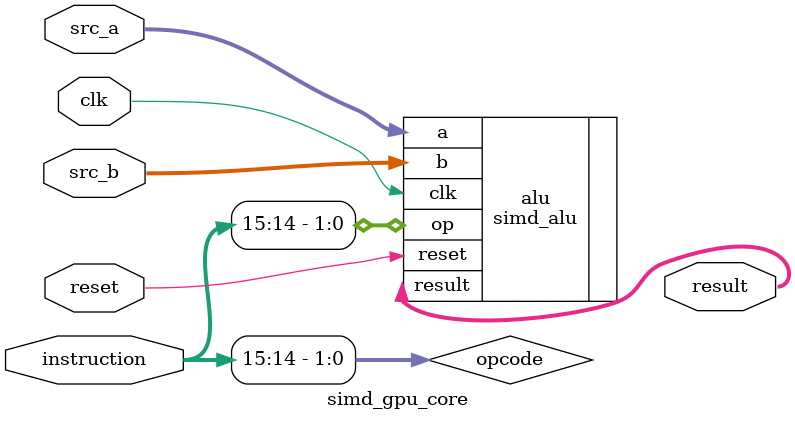
<source format=v>
module simd_gpu_core #(
    parameter LANES = 4
)(
    input  wire clk,
    input  wire reset,
    input  wire [15:0] instruction,      // simple 16-bit instruction
    input  wire [32*LANES-1:0] src_a,
    input  wire [32*LANES-1:0] src_b,
    output wire [32*LANES-1:0] result
);

// Instruction format:
// [15:14] opcode
// 00 = ADD
// 01 = MUL

wire [1:0] opcode;

assign opcode = instruction[15:14];

simd_alu #(
    .LANES(LANES)
) alu (
    .clk(clk),
    .reset(reset),
    .op(opcode),
    .a(src_a),
    .b(src_b),
    .result(result)
);

endmodule

</source>
